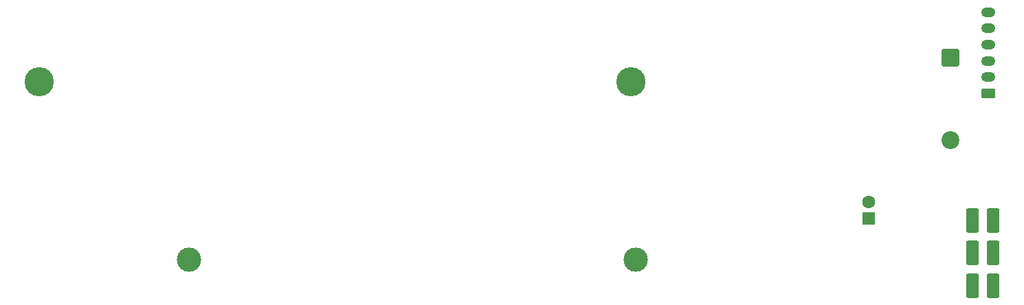
<source format=gbr>
%TF.GenerationSoftware,KiCad,Pcbnew,9.0.3*%
%TF.CreationDate,2025-08-05T15:46:53-07:00*%
%TF.ProjectId,Joule Thief,4a6f756c-6520-4546-9869-65662e6b6963,R1*%
%TF.SameCoordinates,Original*%
%TF.FileFunction,Soldermask,Bot*%
%TF.FilePolarity,Negative*%
%FSLAX46Y46*%
G04 Gerber Fmt 4.6, Leading zero omitted, Abs format (unit mm)*
G04 Created by KiCad (PCBNEW 9.0.3) date 2025-08-05 15:46:53*
%MOMM*%
%LPD*%
G01*
G04 APERTURE LIST*
G04 Aperture macros list*
%AMRoundRect*
0 Rectangle with rounded corners*
0 $1 Rounding radius*
0 $2 $3 $4 $5 $6 $7 $8 $9 X,Y pos of 4 corners*
0 Add a 4 corners polygon primitive as box body*
4,1,4,$2,$3,$4,$5,$6,$7,$8,$9,$2,$3,0*
0 Add four circle primitives for the rounded corners*
1,1,$1+$1,$2,$3*
1,1,$1+$1,$4,$5*
1,1,$1+$1,$6,$7*
1,1,$1+$1,$8,$9*
0 Add four rect primitives between the rounded corners*
20,1,$1+$1,$2,$3,$4,$5,0*
20,1,$1+$1,$4,$5,$6,$7,0*
20,1,$1+$1,$6,$7,$8,$9,0*
20,1,$1+$1,$8,$9,$2,$3,0*%
G04 Aperture macros list end*
%ADD10RoundRect,0.285714X0.514286X-1.214286X0.514286X1.214286X-0.514286X1.214286X-0.514286X-1.214286X0*%
%ADD11C,3.600000*%
%ADD12C,3.000000*%
%ADD13RoundRect,0.250000X0.625000X-0.350000X0.625000X0.350000X-0.625000X0.350000X-0.625000X-0.350000X0*%
%ADD14O,1.750000X1.200000*%
%ADD15RoundRect,0.250000X0.550000X-0.550000X0.550000X0.550000X-0.550000X0.550000X-0.550000X-0.550000X0*%
%ADD16C,1.600000*%
%ADD17RoundRect,0.249999X-0.850001X0.850001X-0.850001X-0.850001X0.850001X-0.850001X0.850001X0.850001X0*%
%ADD18C,2.200000*%
G04 APERTURE END LIST*
D10*
%TO.C,SW1*%
X159500000Y-74100000D03*
X159500000Y-70100000D03*
X159500000Y-66100000D03*
X162100000Y-74100000D03*
X162100000Y-70100000D03*
X162100000Y-66100000D03*
%TD*%
D11*
%TO.C,LITH1*%
X117419826Y-49000000D03*
X44519826Y-49000000D03*
%TD*%
D12*
%TO.C,BATT_1*%
X118069826Y-70900000D03*
X63009826Y-70900000D03*
%TD*%
D13*
%TO.C,J_OUT1*%
X161469826Y-50400000D03*
D14*
X161469826Y-48400000D03*
X161469826Y-46400000D03*
X161469826Y-44400000D03*
X161469826Y-42400000D03*
X161469826Y-40400000D03*
%TD*%
D15*
%TO.C,C3*%
X146704580Y-65825000D03*
D16*
X146704580Y-63825000D03*
%TD*%
D17*
%TO.C,D1*%
X156769826Y-46020000D03*
D18*
X156769826Y-56180000D03*
%TD*%
M02*

</source>
